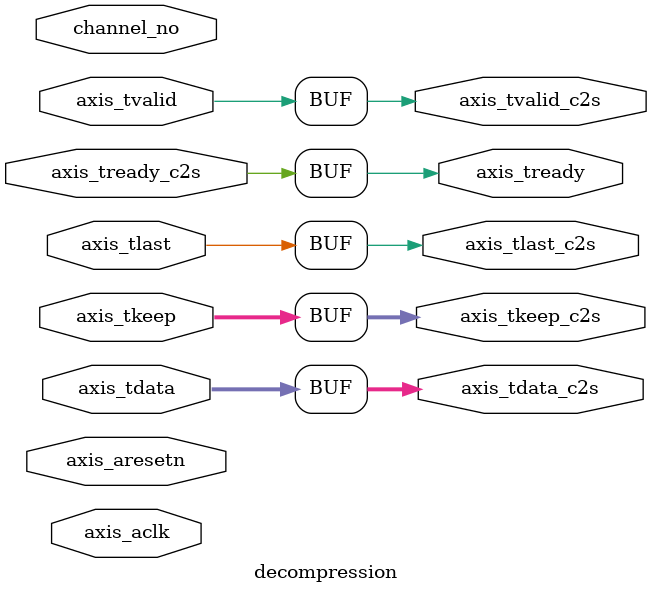
<source format=v>
`timescale 1ns / 1ps


module decompression #(
parameter           AXIS_TDATA_WIDTH        = 256, 
parameter           AXIS_TKEEP_WIDTH        = (AXIS_TDATA_WIDTH / 8), 
parameter           MAX_NUM_BYTES           = 512, 
parameter           Tcq                     = 1
)
(
input   [1:0]                            channel_no,
// input signals, to be converted to data
input                                    axis_tlast, 
input   [AXIS_TDATA_WIDTH-1:0]           axis_tdata,
input   [AXIS_TKEEP_WIDTH-1:0]           axis_tkeep,
input                                    axis_tvalid,
output                                   axis_tready, 
input                                    axis_aresetn, 
input                                    axis_aclk,
// output signals to C2S
output                                   axis_tlast_c2s, 
output  [AXIS_TDATA_WIDTH-1:0]           axis_tdata_c2s, 
output  [AXIS_TKEEP_WIDTH-1:0]           axis_tkeep_c2s, 
output                                   axis_tvalid_c2s,
input                                    axis_tready_c2s
);

reg   [31:0]           file_ptr;
reg   [1023:0]         buffer;
integer cur;
integer valid_bytes;
integer i;

assign axis_tlast_c2s = axis_tlast;
assign axis_tdata_c2s = axis_tdata;
assign axis_tkeep_c2s = axis_tkeep;
assign axis_tvalid_c2s = axis_tvalid;
assign axis_tready = axis_tready_c2s;
/*

always@ (posedge axis_aclk or negedge axis_aresetn) begin
    if (axis_aresetn == 1'b0) begin
        cur <= 0;
        valid_bytes <= 0;
        buffer <= 1024'b0;
    end
    else begin
        if (axis_tready == 1'b1 && axis_tvalid == 1'b1) begin
            if (axis_tlast == 1'b1) begin
                valid_bytes = 0;
                for (i = 0; i < 32; i = i + 1) begin
                    if (axis_tkeep[i] == 1)
                        valid_bytes = valid_bytes + 1;
                end
                for (i = 0; i < valid_bytes; i = i + 1) begin
                    buffer[cur +: 8] = axis_tdata[(8*i) +: 8];
                    cur = cur + 8;
                end
                $display("before fdisplay");
                $fdisplay(file_ptr, "[Decompression%d] %d bytes received, buffer = %h", channel_no, cur, buffer);
                cur = 0;
                buffer = 1024'b0;
            end
            else begin
                buffer[cur +: 256] = axis_tdata;
                cur = cur + 256;
            end
        end
    end
end

initial begin   
    cur = 0;
    buffer = 1024'b0;
    if (channel_no == 2'b00)
        file_ptr = $fopen("compressed0.dat");
    else if (channel_no == 2'b01)
        file_ptr = $fopen("compressed1.dat");
    else if (channel_no == 2'b10)
        file_ptr = $fopen("compressed2.dat");
    else
        file_ptr = $fopen("compressed3.dat");

    if (!file_ptr) begin
        $write("ERROR: Could not open compressed.dat.\n");
        $finish;
    end
    $display("compressed.dat opened!");
end
*/
/*
`define STATE_RESET                      5'b00001
`define STATE_IDLE                       5'b00010
`define STATE_ACTIVE                     5'b00100
`define STATE_PROCESS                    5'b01000
`define STATE_SEND                       5'b10000

reg     [4:0]                            state;
reg     [(8*MAX_NUM_BYTES)-1:0]          data;
reg     [9:0]                            data_idx;
//reg     [(8*MAX_NUM_BYTES)-1:0]          result;
//reg     [9:0]                            result_idx;
reg                                      send;
reg                                      start_proc;
wire                                     valid_send;
wire                                     finish_send;
wire                                     finish_proc;
wire    [(8*MAX_NUM_BYTES)-1:0]          data_wire;
wire    [(8*MAX_NUM_BYTES)-1:0]          result_wire;
wire    [9:0]                            result_idx_wire;

dummy_decomp decomp_inst(
    .start(start_proc),
    .finish(finish_proc),
    .user_clk(axis_aclk),
    .user_resetn(axis_aresetn),
    .data(data), 
    .data_idx(data_idx), 
    .result(result_wire), 
    .result_idx(result_idx_wire)
);

array2axis array2axis(
    .data(result_wire), 
    .data_idx(result_idx_wire),
    .tlast(finish_send),
    .tdata(axis_tdata_c2s), 
    .tkeep(axis_tkeep_c2s), 
    .tvalid(valid_send), 
    .tready(axis_tready_c2s),
    .aclk(axis_aclk), 
    .aresetn(axis_aresetn),
    .send(send)
);

assign axis_tlast_c2s = finish_send;
assign axis_tvalid_c2s = valid_send;

always @(posedge axis_aclk or negedge axis_aresetn) begin
    if (axis_aresetn == 1'b0)
        state <= #(Tcq) `STATE_RESET;
    else begin
        case (state)
            `STATE_RESET : begin
                if (axis_aresetn == 1'b0)
                    state <= #(Tcq) `STATE_RESET;
                else
                    state <= #(Tcq) `STATE_IDLE;
                data_idx = 0;
                axis_tready <= 1'b1;
            end
            `STATE_IDLE : begin
                if (axis_aresetn == 1'b0)
                    state <= #(Tcq) `STATE_RESET;
                else begin
                    axis_tready <= 1'b1;
                    data_idx = 0;
                    if ((axis_tvalid == 1'b1) && (axis_tready == 1'b1)) begin : gen_data_idle
                        integer i_;
                        for (i_ = 0; i_ < AXIS_TKEEP_WIDTH; i_ = i_ + 1)
                            if (axis_tkeep[i_] == 1'b1) begin
                                data[8*data_idx +: 8] = axis_tdata[8*i_ +: 8];
                                data_idx = data_idx + 1;
                            end
                        if (axis_tlast == 1'b1) begin
                            // origianl data received
                            state <= #(Tcq) `STATE_PROCESS;
                            axis_tready <= 1'b0;
                        end
                        else begin
                            // not last
                            state <= #(Tcq) `STATE_ACTIVE;
                        end
                    end
                    else begin
                        // not valid or not ready
                        state <= #(Tcq) `STATE_IDLE;
                        data_idx = 0;
                    end
                end // ! reset
            end
            `STATE_ACTIVE : begin
                if (axis_aresetn == 1'b0)
                    state <= #(Tcq) `STATE_RESET;
                else begin
                    if ((axis_tvalid == 1'b1) && (axis_tready == 1'b1)) begin : gen_data_active
                        integer i_;
                        for (i_ = 0; i_ < AXIS_TKEEP_WIDTH; i_ = i_ + 1)
                            if (axis_tkeep[i_] == 1'b1) begin
                                data[8*data_idx +: 8] = axis_tdata[8*i_ +: 8];
                                data_idx = data_idx + 1;
                            end
                        if (axis_tlast == 1'b1) begin
                            // origianl data received
                            state <= #(Tcq) `STATE_PROCESS;
                            axis_tready <= 1'b0;
                        end
                        else begin
                            // not last
                            state <= #(Tcq) `STATE_ACTIVE;
                        end
                    end
                    else begin
                        // not valid or not ready
                        // keep current state
                        state <= #(Tcq) `STATE_ACTIVE;
                    end
                end // ! reset
            end
            `STATE_PROCESS : begin
                if (axis_aresetn == 1'b0)   
                    state <= #(Tcq) `STATE_RESET;
                else begin
                    start_proc <= finish_proc ? 1'b0 : 1'b1;
                    send <= finish_proc ? 1'b1 : 1'b0;
                    if (finish_proc == 1'b1) begin : display_data
                        integer i_;
                        state <= #(Tcq) `STATE_SEND;
                    end
                    else
                        state <= #(Tcq) `STATE_PROCESS;
                end
            end
            `STATE_SEND : begin
                if (axis_aresetn == 1'b0)
                    state <= #(Tcq) `STATE_RESET;
                else begin
                    if (finish_send == 1'b1 && axis_tready_c2s == 1'b1 && valid_send == 1'b1) begin
                        state <= #(Tcq) `STATE_IDLE;
                        send <= 1'b0;
                    end
                    else
                        state <= #(Tcq) `STATE_SEND;
                end
            end
        endcase
    end
end

initial begin
    data = {(8*MAX_NUM_BYTES){1'b0}};
    data_idx = 0;
    state = `STATE_RESET;
    axis_tready = 1'b1;
    send = 1'b0;
    start_proc = 1'b0;
end
*/

endmodule

</source>
